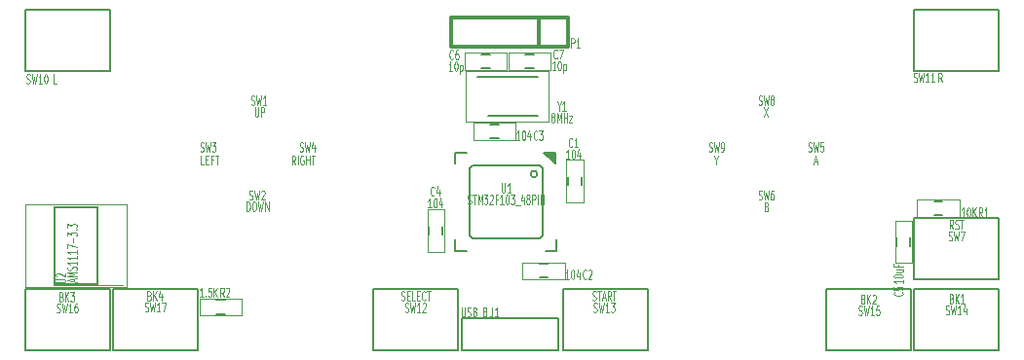
<source format=gto>
G04 (created by PCBNEW (22-Jun-2014 BZR 4027)-stable) date Wed 20 Dec 2017 05:06:28 PM CST*
%MOIN*%
G04 Gerber Fmt 3.4, Leading zero omitted, Abs format*
%FSLAX34Y34*%
G01*
G70*
G90*
G04 APERTURE LIST*
%ADD10C,0.00393701*%
%ADD11C,0.00472441*%
%ADD12C,0.0019685*%
%ADD13C,0.00590551*%
%ADD14C,0.012*%
%ADD15C,0.0059*%
%ADD16C,0.005*%
%ADD17C,0.00492126*%
G04 APERTURE END LIST*
G54D10*
G54D11*
X65228Y-55217D02*
X65228Y-55713D01*
X65228Y-57902D02*
X65228Y-57406D01*
G54D12*
X64247Y-57977D02*
X67712Y-57977D01*
X64247Y-55142D02*
X64247Y-57977D01*
X67712Y-55142D02*
X64247Y-55142D01*
X67712Y-57977D02*
X67712Y-55142D01*
G54D13*
X66708Y-57878D02*
X66708Y-55241D01*
G54D11*
X66708Y-55217D02*
X65228Y-55217D01*
G54D13*
X66708Y-57878D02*
X65251Y-57878D01*
G54D11*
X67594Y-57902D02*
X65228Y-57902D01*
G54D13*
X66708Y-55241D02*
X65251Y-55241D01*
X65251Y-57878D02*
X65251Y-55241D01*
G54D12*
X96208Y-55575D02*
X94751Y-55575D01*
X96208Y-54984D02*
X94751Y-54984D01*
X96208Y-55575D02*
X96208Y-54984D01*
X94751Y-55575D02*
X94751Y-54984D01*
G54D13*
X95617Y-55516D02*
X95342Y-55516D01*
X95342Y-55043D02*
X95617Y-55043D01*
G54D12*
X82167Y-52316D02*
X82167Y-50583D01*
X79332Y-52316D02*
X82167Y-52316D01*
X79332Y-50583D02*
X79332Y-52316D01*
X82167Y-50583D02*
X79332Y-50583D01*
G54D13*
X81773Y-52119D02*
X80080Y-52119D01*
X79706Y-50780D02*
X81773Y-50780D01*
G54D12*
X82228Y-50545D02*
X80771Y-50545D01*
X82228Y-49954D02*
X80771Y-49954D01*
X82228Y-50545D02*
X82228Y-49954D01*
X80771Y-50545D02*
X80771Y-49954D01*
G54D13*
X81637Y-50486D02*
X81362Y-50486D01*
X81362Y-50013D02*
X81637Y-50013D01*
G54D12*
X79271Y-49954D02*
X80728Y-49954D01*
X79271Y-50545D02*
X80728Y-50545D01*
X79271Y-49954D02*
X79271Y-50545D01*
X80728Y-49954D02*
X80728Y-50545D01*
G54D13*
X79862Y-50013D02*
X80137Y-50013D01*
X80137Y-50486D02*
X79862Y-50486D01*
G54D12*
X94595Y-55691D02*
X94595Y-57148D01*
X94004Y-55691D02*
X94004Y-57148D01*
X94595Y-55691D02*
X94004Y-55691D01*
X94595Y-57148D02*
X94004Y-57148D01*
G54D13*
X94536Y-56282D02*
X94536Y-56557D01*
X94063Y-56557D02*
X94063Y-56282D01*
G54D12*
X78595Y-55321D02*
X78595Y-56778D01*
X78004Y-55321D02*
X78004Y-56778D01*
X78595Y-55321D02*
X78004Y-55321D01*
X78595Y-56778D02*
X78004Y-56778D01*
G54D13*
X78536Y-55912D02*
X78536Y-56187D01*
X78063Y-56187D02*
X78063Y-55912D01*
G54D12*
X81028Y-52945D02*
X79571Y-52945D01*
X81028Y-52354D02*
X79571Y-52354D01*
X81028Y-52945D02*
X81028Y-52354D01*
X79571Y-52945D02*
X79571Y-52354D01*
G54D13*
X80437Y-52886D02*
X80162Y-52886D01*
X80162Y-52413D02*
X80437Y-52413D01*
G54D12*
X81251Y-57124D02*
X82708Y-57124D01*
X81251Y-57715D02*
X82708Y-57715D01*
X81251Y-57124D02*
X81251Y-57715D01*
X82708Y-57124D02*
X82708Y-57715D01*
G54D13*
X81842Y-57183D02*
X82117Y-57183D01*
X82117Y-57656D02*
X81842Y-57656D01*
G54D12*
X83345Y-53621D02*
X83345Y-55078D01*
X82754Y-53621D02*
X82754Y-55078D01*
X83345Y-53621D02*
X82754Y-53621D01*
X83345Y-55078D02*
X82754Y-55078D01*
G54D13*
X83286Y-54212D02*
X83286Y-54487D01*
X82813Y-54487D02*
X82813Y-54212D01*
X94650Y-55610D02*
X97550Y-55610D01*
X97550Y-55610D02*
X97550Y-57710D01*
X97550Y-57710D02*
X94650Y-57710D01*
X94650Y-57710D02*
X94650Y-55610D01*
X64250Y-48470D02*
X67150Y-48470D01*
X67150Y-48470D02*
X67150Y-50570D01*
X67150Y-50570D02*
X64250Y-50570D01*
X64250Y-50570D02*
X64250Y-48470D01*
X94650Y-48470D02*
X97550Y-48470D01*
X97550Y-48470D02*
X97550Y-50570D01*
X97550Y-50570D02*
X94650Y-50570D01*
X94650Y-50570D02*
X94650Y-48470D01*
X76150Y-58050D02*
X79050Y-58050D01*
X79050Y-58050D02*
X79050Y-60150D01*
X79050Y-60150D02*
X76150Y-60150D01*
X76150Y-60150D02*
X76150Y-58050D01*
X82650Y-58050D02*
X85550Y-58050D01*
X85550Y-58050D02*
X85550Y-60150D01*
X85550Y-60150D02*
X82650Y-60150D01*
X82650Y-60150D02*
X82650Y-58050D01*
X94650Y-58050D02*
X97550Y-58050D01*
X97550Y-58050D02*
X97550Y-60150D01*
X97550Y-60150D02*
X94650Y-60150D01*
X94650Y-60150D02*
X94650Y-58050D01*
X91650Y-58050D02*
X94550Y-58050D01*
X94550Y-58050D02*
X94550Y-60150D01*
X94550Y-60150D02*
X91650Y-60150D01*
X91650Y-60150D02*
X91650Y-58050D01*
X64250Y-58050D02*
X67150Y-58050D01*
X67150Y-58050D02*
X67150Y-60150D01*
X67150Y-60150D02*
X64250Y-60150D01*
X64250Y-60150D02*
X64250Y-58050D01*
X67250Y-58050D02*
X70150Y-58050D01*
X70150Y-58050D02*
X70150Y-60150D01*
X70150Y-60150D02*
X67250Y-60150D01*
X67250Y-60150D02*
X67250Y-58050D01*
X79200Y-59050D02*
X82500Y-59050D01*
X82500Y-59050D02*
X82500Y-60150D01*
X82500Y-60150D02*
X79200Y-60150D01*
X79200Y-60150D02*
X79200Y-59050D01*
G54D14*
X82820Y-49740D02*
X82820Y-49740D01*
X82820Y-48740D02*
X82820Y-49740D01*
X82820Y-49740D02*
X82820Y-49740D01*
X82820Y-49740D02*
X78820Y-49740D01*
X78820Y-49740D02*
X78820Y-48740D01*
X78820Y-48740D02*
X82820Y-48740D01*
X81820Y-48740D02*
X81820Y-49740D01*
G54D13*
X81802Y-53790D02*
X81841Y-53790D01*
X81841Y-53790D02*
X81959Y-53908D01*
X81959Y-53908D02*
X81959Y-56191D01*
X81959Y-56191D02*
X81841Y-56309D01*
X81841Y-56309D02*
X79558Y-56309D01*
X79558Y-56309D02*
X79440Y-56191D01*
X79440Y-56191D02*
X79440Y-53908D01*
X79440Y-53908D02*
X79558Y-53790D01*
X79558Y-53790D02*
X81802Y-53790D01*
G54D15*
X82392Y-53436D02*
X82313Y-53357D01*
X82235Y-53357D02*
X82392Y-53514D01*
X82392Y-53593D02*
X82156Y-53357D01*
X82077Y-53357D02*
X82392Y-53672D01*
X81998Y-53357D02*
X82392Y-53357D01*
X82392Y-53357D02*
X82392Y-53751D01*
X82392Y-53751D02*
X81998Y-53357D01*
X78967Y-53751D02*
X78967Y-53357D01*
X78967Y-53357D02*
X79361Y-53357D01*
X79361Y-56742D02*
X78967Y-56742D01*
X78967Y-56742D02*
X78967Y-56348D01*
X82432Y-56348D02*
X82432Y-56742D01*
X82432Y-56742D02*
X82038Y-56742D01*
G54D16*
X81761Y-54100D02*
G75*
G03X81761Y-54100I-111J0D01*
G74*
G01*
G54D12*
X70211Y-58364D02*
X71668Y-58364D01*
X70211Y-58955D02*
X71668Y-58955D01*
X70211Y-58364D02*
X70211Y-58955D01*
X71668Y-58364D02*
X71668Y-58955D01*
G54D13*
X70802Y-58423D02*
X71077Y-58423D01*
X71077Y-58896D02*
X70802Y-58896D01*
G54D17*
X65292Y-57809D02*
X65547Y-57809D01*
X65577Y-57800D01*
X65592Y-57791D01*
X65607Y-57772D01*
X65607Y-57734D01*
X65592Y-57716D01*
X65577Y-57706D01*
X65547Y-57697D01*
X65292Y-57697D01*
X65322Y-57613D02*
X65307Y-57603D01*
X65292Y-57585D01*
X65292Y-57538D01*
X65307Y-57519D01*
X65322Y-57510D01*
X65352Y-57500D01*
X65382Y-57500D01*
X65427Y-57510D01*
X65607Y-57622D01*
X65607Y-57500D01*
X65917Y-57784D02*
X65917Y-57690D01*
X66007Y-57802D02*
X65692Y-57737D01*
X66007Y-57671D01*
X66007Y-57606D02*
X65692Y-57606D01*
X65917Y-57540D01*
X65692Y-57474D01*
X66007Y-57474D01*
X65992Y-57390D02*
X66007Y-57362D01*
X66007Y-57315D01*
X65992Y-57296D01*
X65977Y-57287D01*
X65947Y-57278D01*
X65917Y-57278D01*
X65887Y-57287D01*
X65872Y-57296D01*
X65857Y-57315D01*
X65842Y-57353D01*
X65827Y-57371D01*
X65812Y-57381D01*
X65782Y-57390D01*
X65752Y-57390D01*
X65722Y-57381D01*
X65707Y-57371D01*
X65692Y-57353D01*
X65692Y-57306D01*
X65707Y-57278D01*
X66007Y-57090D02*
X66007Y-57203D01*
X66007Y-57146D02*
X65692Y-57146D01*
X65737Y-57165D01*
X65767Y-57184D01*
X65782Y-57203D01*
X66007Y-56903D02*
X66007Y-57015D01*
X66007Y-56959D02*
X65692Y-56959D01*
X65737Y-56978D01*
X65767Y-56996D01*
X65782Y-57015D01*
X66007Y-56715D02*
X66007Y-56828D01*
X66007Y-56771D02*
X65692Y-56771D01*
X65737Y-56790D01*
X65767Y-56809D01*
X65782Y-56828D01*
X65692Y-56650D02*
X65692Y-56518D01*
X66007Y-56603D01*
X65887Y-56443D02*
X65887Y-56293D01*
X65692Y-56218D02*
X65692Y-56096D01*
X65812Y-56162D01*
X65812Y-56134D01*
X65827Y-56115D01*
X65842Y-56106D01*
X65872Y-56096D01*
X65947Y-56096D01*
X65977Y-56106D01*
X65992Y-56115D01*
X66007Y-56134D01*
X66007Y-56190D01*
X65992Y-56209D01*
X65977Y-56218D01*
X65977Y-56012D02*
X65992Y-56003D01*
X66007Y-56012D01*
X65992Y-56021D01*
X65977Y-56012D01*
X66007Y-56012D01*
X65692Y-55937D02*
X65692Y-55815D01*
X65812Y-55881D01*
X65812Y-55853D01*
X65827Y-55834D01*
X65842Y-55825D01*
X65872Y-55815D01*
X65947Y-55815D01*
X65977Y-55825D01*
X65992Y-55834D01*
X66007Y-55853D01*
X66007Y-55909D01*
X65992Y-55928D01*
X65977Y-55937D01*
X96997Y-55557D02*
X96931Y-55407D01*
X96884Y-55557D02*
X96884Y-55242D01*
X96959Y-55242D01*
X96978Y-55257D01*
X96987Y-55272D01*
X96997Y-55302D01*
X96997Y-55347D01*
X96987Y-55377D01*
X96978Y-55392D01*
X96959Y-55407D01*
X96884Y-55407D01*
X97184Y-55557D02*
X97072Y-55557D01*
X97128Y-55557D02*
X97128Y-55242D01*
X97109Y-55287D01*
X97090Y-55317D01*
X97072Y-55332D01*
X96394Y-55557D02*
X96281Y-55557D01*
X96337Y-55557D02*
X96337Y-55242D01*
X96319Y-55287D01*
X96300Y-55317D01*
X96281Y-55332D01*
X96515Y-55242D02*
X96534Y-55242D01*
X96553Y-55257D01*
X96562Y-55272D01*
X96572Y-55302D01*
X96581Y-55362D01*
X96581Y-55437D01*
X96572Y-55497D01*
X96562Y-55527D01*
X96553Y-55542D01*
X96534Y-55557D01*
X96515Y-55557D01*
X96497Y-55542D01*
X96487Y-55527D01*
X96478Y-55497D01*
X96469Y-55437D01*
X96469Y-55362D01*
X96478Y-55302D01*
X96487Y-55272D01*
X96497Y-55257D01*
X96515Y-55242D01*
X96665Y-55557D02*
X96665Y-55242D01*
X96778Y-55557D02*
X96694Y-55377D01*
X96778Y-55242D02*
X96665Y-55422D01*
X71977Y-51712D02*
X72005Y-51727D01*
X72052Y-51727D01*
X72071Y-51712D01*
X72080Y-51697D01*
X72090Y-51667D01*
X72090Y-51637D01*
X72080Y-51607D01*
X72071Y-51592D01*
X72052Y-51577D01*
X72015Y-51562D01*
X71996Y-51547D01*
X71986Y-51532D01*
X71977Y-51502D01*
X71977Y-51472D01*
X71986Y-51442D01*
X71996Y-51427D01*
X72015Y-51412D01*
X72061Y-51412D01*
X72090Y-51427D01*
X72155Y-51412D02*
X72202Y-51727D01*
X72240Y-51502D01*
X72277Y-51727D01*
X72324Y-51412D01*
X72502Y-51727D02*
X72389Y-51727D01*
X72446Y-51727D02*
X72446Y-51412D01*
X72427Y-51457D01*
X72408Y-51487D01*
X72389Y-51502D01*
X72105Y-51812D02*
X72105Y-52067D01*
X72114Y-52097D01*
X72124Y-52112D01*
X72142Y-52127D01*
X72180Y-52127D01*
X72199Y-52112D01*
X72208Y-52097D01*
X72217Y-52067D01*
X72217Y-51812D01*
X72311Y-52127D02*
X72311Y-51812D01*
X72386Y-51812D01*
X72405Y-51827D01*
X72414Y-51842D01*
X72424Y-51872D01*
X72424Y-51917D01*
X72414Y-51947D01*
X72405Y-51962D01*
X72386Y-51977D01*
X72311Y-51977D01*
X89337Y-51712D02*
X89365Y-51727D01*
X89412Y-51727D01*
X89431Y-51712D01*
X89440Y-51697D01*
X89450Y-51667D01*
X89450Y-51637D01*
X89440Y-51607D01*
X89431Y-51592D01*
X89412Y-51577D01*
X89375Y-51562D01*
X89356Y-51547D01*
X89346Y-51532D01*
X89337Y-51502D01*
X89337Y-51472D01*
X89346Y-51442D01*
X89356Y-51427D01*
X89375Y-51412D01*
X89421Y-51412D01*
X89450Y-51427D01*
X89515Y-51412D02*
X89562Y-51727D01*
X89600Y-51502D01*
X89637Y-51727D01*
X89684Y-51412D01*
X89787Y-51547D02*
X89768Y-51532D01*
X89759Y-51517D01*
X89749Y-51487D01*
X89749Y-51472D01*
X89759Y-51442D01*
X89768Y-51427D01*
X89787Y-51412D01*
X89824Y-51412D01*
X89843Y-51427D01*
X89853Y-51442D01*
X89862Y-51472D01*
X89862Y-51487D01*
X89853Y-51517D01*
X89843Y-51532D01*
X89824Y-51547D01*
X89787Y-51547D01*
X89768Y-51562D01*
X89759Y-51577D01*
X89749Y-51607D01*
X89749Y-51667D01*
X89759Y-51697D01*
X89768Y-51712D01*
X89787Y-51727D01*
X89824Y-51727D01*
X89843Y-51712D01*
X89853Y-51697D01*
X89862Y-51667D01*
X89862Y-51607D01*
X89853Y-51577D01*
X89843Y-51562D01*
X89824Y-51547D01*
X89534Y-51812D02*
X89665Y-52127D01*
X89665Y-51812D02*
X89534Y-52127D01*
X89337Y-54962D02*
X89365Y-54977D01*
X89412Y-54977D01*
X89431Y-54962D01*
X89440Y-54947D01*
X89450Y-54917D01*
X89450Y-54887D01*
X89440Y-54857D01*
X89431Y-54842D01*
X89412Y-54827D01*
X89375Y-54812D01*
X89356Y-54797D01*
X89346Y-54782D01*
X89337Y-54752D01*
X89337Y-54722D01*
X89346Y-54692D01*
X89356Y-54677D01*
X89375Y-54662D01*
X89421Y-54662D01*
X89450Y-54677D01*
X89515Y-54662D02*
X89562Y-54977D01*
X89600Y-54752D01*
X89637Y-54977D01*
X89684Y-54662D01*
X89843Y-54662D02*
X89806Y-54662D01*
X89787Y-54677D01*
X89778Y-54692D01*
X89759Y-54737D01*
X89749Y-54797D01*
X89749Y-54917D01*
X89759Y-54947D01*
X89768Y-54962D01*
X89787Y-54977D01*
X89824Y-54977D01*
X89843Y-54962D01*
X89853Y-54947D01*
X89862Y-54917D01*
X89862Y-54842D01*
X89853Y-54812D01*
X89843Y-54797D01*
X89824Y-54782D01*
X89787Y-54782D01*
X89768Y-54797D01*
X89759Y-54812D01*
X89749Y-54842D01*
X89614Y-55212D02*
X89642Y-55227D01*
X89651Y-55242D01*
X89660Y-55272D01*
X89660Y-55317D01*
X89651Y-55347D01*
X89642Y-55362D01*
X89623Y-55377D01*
X89548Y-55377D01*
X89548Y-55062D01*
X89614Y-55062D01*
X89632Y-55077D01*
X89642Y-55092D01*
X89651Y-55122D01*
X89651Y-55152D01*
X89642Y-55182D01*
X89632Y-55197D01*
X89614Y-55212D01*
X89548Y-55212D01*
X71917Y-54972D02*
X71945Y-54987D01*
X71992Y-54987D01*
X72011Y-54972D01*
X72020Y-54957D01*
X72030Y-54927D01*
X72030Y-54897D01*
X72020Y-54867D01*
X72011Y-54852D01*
X71992Y-54837D01*
X71955Y-54822D01*
X71936Y-54807D01*
X71926Y-54792D01*
X71917Y-54762D01*
X71917Y-54732D01*
X71926Y-54702D01*
X71936Y-54687D01*
X71955Y-54672D01*
X72001Y-54672D01*
X72030Y-54687D01*
X72095Y-54672D02*
X72142Y-54987D01*
X72180Y-54762D01*
X72217Y-54987D01*
X72264Y-54672D01*
X72329Y-54702D02*
X72339Y-54687D01*
X72358Y-54672D01*
X72404Y-54672D01*
X72423Y-54687D01*
X72433Y-54702D01*
X72442Y-54732D01*
X72442Y-54762D01*
X72433Y-54807D01*
X72320Y-54987D01*
X72442Y-54987D01*
X71829Y-55367D02*
X71829Y-55052D01*
X71876Y-55052D01*
X71904Y-55067D01*
X71923Y-55097D01*
X71932Y-55127D01*
X71942Y-55187D01*
X71942Y-55232D01*
X71932Y-55292D01*
X71923Y-55322D01*
X71904Y-55352D01*
X71876Y-55367D01*
X71829Y-55367D01*
X72064Y-55052D02*
X72101Y-55052D01*
X72120Y-55067D01*
X72139Y-55097D01*
X72148Y-55157D01*
X72148Y-55262D01*
X72139Y-55322D01*
X72120Y-55352D01*
X72101Y-55367D01*
X72064Y-55367D01*
X72045Y-55352D01*
X72026Y-55322D01*
X72017Y-55262D01*
X72017Y-55157D01*
X72026Y-55097D01*
X72045Y-55067D01*
X72064Y-55052D01*
X72214Y-55052D02*
X72260Y-55367D01*
X72298Y-55142D01*
X72335Y-55367D01*
X72382Y-55052D01*
X72457Y-55367D02*
X72457Y-55052D01*
X72570Y-55367D01*
X72570Y-55052D01*
X91037Y-53312D02*
X91065Y-53327D01*
X91112Y-53327D01*
X91131Y-53312D01*
X91140Y-53297D01*
X91150Y-53267D01*
X91150Y-53237D01*
X91140Y-53207D01*
X91131Y-53192D01*
X91112Y-53177D01*
X91075Y-53162D01*
X91056Y-53147D01*
X91046Y-53132D01*
X91037Y-53102D01*
X91037Y-53072D01*
X91046Y-53042D01*
X91056Y-53027D01*
X91075Y-53012D01*
X91121Y-53012D01*
X91150Y-53027D01*
X91215Y-53012D02*
X91262Y-53327D01*
X91300Y-53102D01*
X91337Y-53327D01*
X91384Y-53012D01*
X91553Y-53012D02*
X91459Y-53012D01*
X91449Y-53162D01*
X91459Y-53147D01*
X91478Y-53132D01*
X91524Y-53132D01*
X91543Y-53147D01*
X91553Y-53162D01*
X91562Y-53192D01*
X91562Y-53267D01*
X91553Y-53297D01*
X91543Y-53312D01*
X91524Y-53327D01*
X91478Y-53327D01*
X91459Y-53312D01*
X91449Y-53297D01*
X91253Y-53687D02*
X91346Y-53687D01*
X91234Y-53777D02*
X91300Y-53462D01*
X91365Y-53777D01*
X73637Y-53312D02*
X73665Y-53327D01*
X73712Y-53327D01*
X73731Y-53312D01*
X73740Y-53297D01*
X73750Y-53267D01*
X73750Y-53237D01*
X73740Y-53207D01*
X73731Y-53192D01*
X73712Y-53177D01*
X73675Y-53162D01*
X73656Y-53147D01*
X73646Y-53132D01*
X73637Y-53102D01*
X73637Y-53072D01*
X73646Y-53042D01*
X73656Y-53027D01*
X73675Y-53012D01*
X73721Y-53012D01*
X73750Y-53027D01*
X73815Y-53012D02*
X73862Y-53327D01*
X73900Y-53102D01*
X73937Y-53327D01*
X73984Y-53012D01*
X74143Y-53117D02*
X74143Y-53327D01*
X74096Y-52997D02*
X74049Y-53222D01*
X74171Y-53222D01*
X73487Y-53777D02*
X73421Y-53627D01*
X73375Y-53777D02*
X73375Y-53462D01*
X73450Y-53462D01*
X73468Y-53477D01*
X73478Y-53492D01*
X73487Y-53522D01*
X73487Y-53567D01*
X73478Y-53597D01*
X73468Y-53612D01*
X73450Y-53627D01*
X73375Y-53627D01*
X73571Y-53777D02*
X73571Y-53462D01*
X73768Y-53477D02*
X73750Y-53462D01*
X73721Y-53462D01*
X73693Y-53477D01*
X73675Y-53507D01*
X73665Y-53537D01*
X73656Y-53597D01*
X73656Y-53642D01*
X73665Y-53702D01*
X73675Y-53732D01*
X73693Y-53762D01*
X73721Y-53777D01*
X73740Y-53777D01*
X73768Y-53762D01*
X73778Y-53747D01*
X73778Y-53642D01*
X73740Y-53642D01*
X73862Y-53777D02*
X73862Y-53462D01*
X73862Y-53612D02*
X73974Y-53612D01*
X73974Y-53777D02*
X73974Y-53462D01*
X74040Y-53462D02*
X74153Y-53462D01*
X74096Y-53777D02*
X74096Y-53462D01*
X70237Y-53312D02*
X70265Y-53327D01*
X70312Y-53327D01*
X70331Y-53312D01*
X70340Y-53297D01*
X70350Y-53267D01*
X70350Y-53237D01*
X70340Y-53207D01*
X70331Y-53192D01*
X70312Y-53177D01*
X70275Y-53162D01*
X70256Y-53147D01*
X70246Y-53132D01*
X70237Y-53102D01*
X70237Y-53072D01*
X70246Y-53042D01*
X70256Y-53027D01*
X70275Y-53012D01*
X70321Y-53012D01*
X70350Y-53027D01*
X70415Y-53012D02*
X70462Y-53327D01*
X70500Y-53102D01*
X70537Y-53327D01*
X70584Y-53012D01*
X70640Y-53012D02*
X70762Y-53012D01*
X70696Y-53132D01*
X70724Y-53132D01*
X70743Y-53147D01*
X70753Y-53162D01*
X70762Y-53192D01*
X70762Y-53267D01*
X70753Y-53297D01*
X70743Y-53312D01*
X70724Y-53327D01*
X70668Y-53327D01*
X70649Y-53312D01*
X70640Y-53297D01*
X70362Y-53777D02*
X70268Y-53777D01*
X70268Y-53462D01*
X70428Y-53612D02*
X70493Y-53612D01*
X70521Y-53777D02*
X70428Y-53777D01*
X70428Y-53462D01*
X70521Y-53462D01*
X70671Y-53612D02*
X70606Y-53612D01*
X70606Y-53777D02*
X70606Y-53462D01*
X70699Y-53462D01*
X70746Y-53462D02*
X70859Y-53462D01*
X70803Y-53777D02*
X70803Y-53462D01*
X87637Y-53312D02*
X87665Y-53327D01*
X87712Y-53327D01*
X87731Y-53312D01*
X87740Y-53297D01*
X87750Y-53267D01*
X87750Y-53237D01*
X87740Y-53207D01*
X87731Y-53192D01*
X87712Y-53177D01*
X87675Y-53162D01*
X87656Y-53147D01*
X87646Y-53132D01*
X87637Y-53102D01*
X87637Y-53072D01*
X87646Y-53042D01*
X87656Y-53027D01*
X87675Y-53012D01*
X87721Y-53012D01*
X87750Y-53027D01*
X87815Y-53012D02*
X87862Y-53327D01*
X87900Y-53102D01*
X87937Y-53327D01*
X87984Y-53012D01*
X88068Y-53327D02*
X88106Y-53327D01*
X88124Y-53312D01*
X88134Y-53297D01*
X88153Y-53252D01*
X88162Y-53192D01*
X88162Y-53072D01*
X88153Y-53042D01*
X88143Y-53027D01*
X88124Y-53012D01*
X88087Y-53012D01*
X88068Y-53027D01*
X88059Y-53042D01*
X88049Y-53072D01*
X88049Y-53147D01*
X88059Y-53177D01*
X88068Y-53192D01*
X88087Y-53207D01*
X88124Y-53207D01*
X88143Y-53192D01*
X88153Y-53177D01*
X88162Y-53147D01*
X87900Y-53627D02*
X87900Y-53777D01*
X87834Y-53462D02*
X87900Y-53627D01*
X87965Y-53462D01*
X82506Y-51777D02*
X82506Y-51927D01*
X82440Y-51612D02*
X82506Y-51777D01*
X82571Y-51612D01*
X82740Y-51927D02*
X82628Y-51927D01*
X82684Y-51927D02*
X82684Y-51612D01*
X82665Y-51657D01*
X82646Y-51687D01*
X82628Y-51702D01*
X82285Y-52147D02*
X82267Y-52132D01*
X82257Y-52117D01*
X82248Y-52087D01*
X82248Y-52072D01*
X82257Y-52042D01*
X82267Y-52027D01*
X82285Y-52012D01*
X82323Y-52012D01*
X82342Y-52027D01*
X82351Y-52042D01*
X82360Y-52072D01*
X82360Y-52087D01*
X82351Y-52117D01*
X82342Y-52132D01*
X82323Y-52147D01*
X82285Y-52147D01*
X82267Y-52162D01*
X82257Y-52177D01*
X82248Y-52207D01*
X82248Y-52267D01*
X82257Y-52297D01*
X82267Y-52312D01*
X82285Y-52327D01*
X82323Y-52327D01*
X82342Y-52312D01*
X82351Y-52297D01*
X82360Y-52267D01*
X82360Y-52207D01*
X82351Y-52177D01*
X82342Y-52162D01*
X82323Y-52147D01*
X82445Y-52327D02*
X82445Y-52012D01*
X82510Y-52237D01*
X82576Y-52012D01*
X82576Y-52327D01*
X82670Y-52327D02*
X82670Y-52012D01*
X82670Y-52162D02*
X82782Y-52162D01*
X82782Y-52327D02*
X82782Y-52012D01*
X82857Y-52117D02*
X82960Y-52117D01*
X82857Y-52327D01*
X82960Y-52327D01*
X82447Y-50117D02*
X82437Y-50132D01*
X82409Y-50147D01*
X82390Y-50147D01*
X82362Y-50132D01*
X82344Y-50102D01*
X82334Y-50072D01*
X82325Y-50012D01*
X82325Y-49967D01*
X82334Y-49907D01*
X82344Y-49877D01*
X82362Y-49847D01*
X82390Y-49832D01*
X82409Y-49832D01*
X82437Y-49847D01*
X82447Y-49862D01*
X82512Y-49832D02*
X82644Y-49832D01*
X82559Y-50147D01*
X82393Y-50547D02*
X82280Y-50547D01*
X82337Y-50547D02*
X82337Y-50232D01*
X82318Y-50277D01*
X82299Y-50307D01*
X82280Y-50322D01*
X82515Y-50232D02*
X82534Y-50232D01*
X82552Y-50247D01*
X82562Y-50262D01*
X82571Y-50292D01*
X82580Y-50352D01*
X82580Y-50427D01*
X82571Y-50487D01*
X82562Y-50517D01*
X82552Y-50532D01*
X82534Y-50547D01*
X82515Y-50547D01*
X82496Y-50532D01*
X82487Y-50517D01*
X82477Y-50487D01*
X82468Y-50427D01*
X82468Y-50352D01*
X82477Y-50292D01*
X82487Y-50262D01*
X82496Y-50247D01*
X82515Y-50232D01*
X82665Y-50337D02*
X82665Y-50652D01*
X82665Y-50352D02*
X82684Y-50337D01*
X82721Y-50337D01*
X82740Y-50352D01*
X82749Y-50367D01*
X82759Y-50397D01*
X82759Y-50487D01*
X82749Y-50517D01*
X82740Y-50532D01*
X82721Y-50547D01*
X82684Y-50547D01*
X82665Y-50532D01*
X78887Y-50137D02*
X78877Y-50152D01*
X78849Y-50167D01*
X78830Y-50167D01*
X78802Y-50152D01*
X78784Y-50122D01*
X78774Y-50092D01*
X78765Y-50032D01*
X78765Y-49987D01*
X78774Y-49927D01*
X78784Y-49897D01*
X78802Y-49867D01*
X78830Y-49852D01*
X78849Y-49852D01*
X78877Y-49867D01*
X78887Y-49882D01*
X79055Y-49852D02*
X79018Y-49852D01*
X78999Y-49867D01*
X78990Y-49882D01*
X78971Y-49927D01*
X78962Y-49987D01*
X78962Y-50107D01*
X78971Y-50137D01*
X78980Y-50152D01*
X78999Y-50167D01*
X79037Y-50167D01*
X79055Y-50152D01*
X79065Y-50137D01*
X79074Y-50107D01*
X79074Y-50032D01*
X79065Y-50002D01*
X79055Y-49987D01*
X79037Y-49972D01*
X78999Y-49972D01*
X78980Y-49987D01*
X78971Y-50002D01*
X78962Y-50032D01*
X78853Y-50567D02*
X78740Y-50567D01*
X78797Y-50567D02*
X78797Y-50252D01*
X78778Y-50297D01*
X78759Y-50327D01*
X78740Y-50342D01*
X78975Y-50252D02*
X78994Y-50252D01*
X79012Y-50267D01*
X79022Y-50282D01*
X79031Y-50312D01*
X79040Y-50372D01*
X79040Y-50447D01*
X79031Y-50507D01*
X79022Y-50537D01*
X79012Y-50552D01*
X78994Y-50567D01*
X78975Y-50567D01*
X78956Y-50552D01*
X78947Y-50537D01*
X78937Y-50507D01*
X78928Y-50447D01*
X78928Y-50372D01*
X78937Y-50312D01*
X78947Y-50282D01*
X78956Y-50267D01*
X78975Y-50252D01*
X79125Y-50357D02*
X79125Y-50672D01*
X79125Y-50372D02*
X79144Y-50357D01*
X79181Y-50357D01*
X79200Y-50372D01*
X79209Y-50387D01*
X79219Y-50417D01*
X79219Y-50507D01*
X79209Y-50537D01*
X79200Y-50552D01*
X79181Y-50567D01*
X79144Y-50567D01*
X79125Y-50552D01*
X94247Y-58152D02*
X94262Y-58162D01*
X94277Y-58190D01*
X94277Y-58209D01*
X94262Y-58237D01*
X94232Y-58255D01*
X94202Y-58265D01*
X94142Y-58274D01*
X94097Y-58274D01*
X94037Y-58265D01*
X94007Y-58255D01*
X93977Y-58237D01*
X93962Y-58209D01*
X93962Y-58190D01*
X93977Y-58162D01*
X93992Y-58152D01*
X93962Y-57974D02*
X93962Y-58068D01*
X94112Y-58077D01*
X94097Y-58068D01*
X94082Y-58049D01*
X94082Y-58002D01*
X94097Y-57984D01*
X94112Y-57974D01*
X94142Y-57965D01*
X94217Y-57965D01*
X94247Y-57974D01*
X94262Y-57984D01*
X94277Y-58002D01*
X94277Y-58049D01*
X94262Y-58068D01*
X94247Y-58077D01*
X94277Y-57730D02*
X94277Y-57843D01*
X94277Y-57787D02*
X93962Y-57787D01*
X94007Y-57805D01*
X94037Y-57824D01*
X94052Y-57843D01*
X93962Y-57609D02*
X93962Y-57590D01*
X93977Y-57571D01*
X93992Y-57562D01*
X94022Y-57552D01*
X94082Y-57543D01*
X94157Y-57543D01*
X94217Y-57552D01*
X94247Y-57562D01*
X94262Y-57571D01*
X94277Y-57590D01*
X94277Y-57609D01*
X94262Y-57627D01*
X94247Y-57637D01*
X94217Y-57646D01*
X94157Y-57655D01*
X94082Y-57655D01*
X94022Y-57646D01*
X93992Y-57637D01*
X93977Y-57627D01*
X93962Y-57609D01*
X94067Y-57374D02*
X94277Y-57374D01*
X94067Y-57459D02*
X94232Y-57459D01*
X94262Y-57449D01*
X94277Y-57430D01*
X94277Y-57402D01*
X94262Y-57384D01*
X94247Y-57374D01*
X94112Y-57215D02*
X94112Y-57280D01*
X94277Y-57280D02*
X93962Y-57280D01*
X93962Y-57187D01*
X78242Y-54822D02*
X78232Y-54837D01*
X78204Y-54852D01*
X78185Y-54852D01*
X78157Y-54837D01*
X78139Y-54807D01*
X78129Y-54777D01*
X78120Y-54717D01*
X78120Y-54672D01*
X78129Y-54612D01*
X78139Y-54582D01*
X78157Y-54552D01*
X78185Y-54537D01*
X78204Y-54537D01*
X78232Y-54552D01*
X78242Y-54567D01*
X78410Y-54642D02*
X78410Y-54852D01*
X78364Y-54522D02*
X78317Y-54747D01*
X78439Y-54747D01*
X78143Y-55252D02*
X78031Y-55252D01*
X78087Y-55252D02*
X78087Y-54937D01*
X78068Y-54982D01*
X78050Y-55012D01*
X78031Y-55027D01*
X78265Y-54937D02*
X78284Y-54937D01*
X78303Y-54952D01*
X78312Y-54967D01*
X78321Y-54997D01*
X78331Y-55057D01*
X78331Y-55132D01*
X78321Y-55192D01*
X78312Y-55222D01*
X78303Y-55237D01*
X78284Y-55252D01*
X78265Y-55252D01*
X78246Y-55237D01*
X78237Y-55222D01*
X78228Y-55192D01*
X78218Y-55132D01*
X78218Y-55057D01*
X78228Y-54997D01*
X78237Y-54967D01*
X78246Y-54952D01*
X78265Y-54937D01*
X78499Y-55042D02*
X78499Y-55252D01*
X78453Y-54922D02*
X78406Y-55147D01*
X78528Y-55147D01*
X81767Y-52897D02*
X81757Y-52912D01*
X81729Y-52927D01*
X81710Y-52927D01*
X81682Y-52912D01*
X81664Y-52882D01*
X81654Y-52852D01*
X81645Y-52792D01*
X81645Y-52747D01*
X81654Y-52687D01*
X81664Y-52657D01*
X81682Y-52627D01*
X81710Y-52612D01*
X81729Y-52612D01*
X81757Y-52627D01*
X81767Y-52642D01*
X81832Y-52612D02*
X81954Y-52612D01*
X81889Y-52732D01*
X81917Y-52732D01*
X81935Y-52747D01*
X81945Y-52762D01*
X81954Y-52792D01*
X81954Y-52867D01*
X81945Y-52897D01*
X81935Y-52912D01*
X81917Y-52927D01*
X81860Y-52927D01*
X81842Y-52912D01*
X81832Y-52897D01*
X81168Y-52927D02*
X81056Y-52927D01*
X81112Y-52927D02*
X81112Y-52612D01*
X81093Y-52657D01*
X81075Y-52687D01*
X81056Y-52702D01*
X81290Y-52612D02*
X81309Y-52612D01*
X81328Y-52627D01*
X81337Y-52642D01*
X81346Y-52672D01*
X81356Y-52732D01*
X81356Y-52807D01*
X81346Y-52867D01*
X81337Y-52897D01*
X81328Y-52912D01*
X81309Y-52927D01*
X81290Y-52927D01*
X81271Y-52912D01*
X81262Y-52897D01*
X81253Y-52867D01*
X81243Y-52807D01*
X81243Y-52732D01*
X81253Y-52672D01*
X81262Y-52642D01*
X81271Y-52627D01*
X81290Y-52612D01*
X81524Y-52717D02*
X81524Y-52927D01*
X81478Y-52597D02*
X81431Y-52822D01*
X81553Y-52822D01*
X83447Y-57667D02*
X83437Y-57682D01*
X83409Y-57697D01*
X83390Y-57697D01*
X83362Y-57682D01*
X83344Y-57652D01*
X83334Y-57622D01*
X83325Y-57562D01*
X83325Y-57517D01*
X83334Y-57457D01*
X83344Y-57427D01*
X83362Y-57397D01*
X83390Y-57382D01*
X83409Y-57382D01*
X83437Y-57397D01*
X83447Y-57412D01*
X83522Y-57412D02*
X83531Y-57397D01*
X83550Y-57382D01*
X83597Y-57382D01*
X83615Y-57397D01*
X83625Y-57412D01*
X83634Y-57442D01*
X83634Y-57472D01*
X83625Y-57517D01*
X83512Y-57697D01*
X83634Y-57697D01*
X82848Y-57697D02*
X82736Y-57697D01*
X82792Y-57697D02*
X82792Y-57382D01*
X82773Y-57427D01*
X82755Y-57457D01*
X82736Y-57472D01*
X82970Y-57382D02*
X82989Y-57382D01*
X83008Y-57397D01*
X83017Y-57412D01*
X83026Y-57442D01*
X83036Y-57502D01*
X83036Y-57577D01*
X83026Y-57637D01*
X83017Y-57667D01*
X83008Y-57682D01*
X82989Y-57697D01*
X82970Y-57697D01*
X82951Y-57682D01*
X82942Y-57667D01*
X82933Y-57637D01*
X82923Y-57577D01*
X82923Y-57502D01*
X82933Y-57442D01*
X82942Y-57412D01*
X82951Y-57397D01*
X82970Y-57382D01*
X83204Y-57487D02*
X83204Y-57697D01*
X83158Y-57367D02*
X83111Y-57592D01*
X83233Y-57592D01*
X82967Y-53147D02*
X82957Y-53162D01*
X82929Y-53177D01*
X82910Y-53177D01*
X82882Y-53162D01*
X82864Y-53132D01*
X82854Y-53102D01*
X82845Y-53042D01*
X82845Y-52997D01*
X82854Y-52937D01*
X82864Y-52907D01*
X82882Y-52877D01*
X82910Y-52862D01*
X82929Y-52862D01*
X82957Y-52877D01*
X82967Y-52892D01*
X83154Y-53177D02*
X83042Y-53177D01*
X83098Y-53177D02*
X83098Y-52862D01*
X83079Y-52907D01*
X83060Y-52937D01*
X83042Y-52952D01*
X82868Y-53577D02*
X82756Y-53577D01*
X82812Y-53577D02*
X82812Y-53262D01*
X82793Y-53307D01*
X82775Y-53337D01*
X82756Y-53352D01*
X82990Y-53262D02*
X83009Y-53262D01*
X83028Y-53277D01*
X83037Y-53292D01*
X83046Y-53322D01*
X83056Y-53382D01*
X83056Y-53457D01*
X83046Y-53517D01*
X83037Y-53547D01*
X83028Y-53562D01*
X83009Y-53577D01*
X82990Y-53577D01*
X82971Y-53562D01*
X82962Y-53547D01*
X82953Y-53517D01*
X82943Y-53457D01*
X82943Y-53382D01*
X82953Y-53322D01*
X82962Y-53292D01*
X82971Y-53277D01*
X82990Y-53262D01*
X83224Y-53367D02*
X83224Y-53577D01*
X83178Y-53247D02*
X83131Y-53472D01*
X83253Y-53472D01*
X95837Y-56372D02*
X95865Y-56387D01*
X95912Y-56387D01*
X95931Y-56372D01*
X95940Y-56357D01*
X95950Y-56327D01*
X95950Y-56297D01*
X95940Y-56267D01*
X95931Y-56252D01*
X95912Y-56237D01*
X95875Y-56222D01*
X95856Y-56207D01*
X95846Y-56192D01*
X95837Y-56162D01*
X95837Y-56132D01*
X95846Y-56102D01*
X95856Y-56087D01*
X95875Y-56072D01*
X95921Y-56072D01*
X95950Y-56087D01*
X96015Y-56072D02*
X96062Y-56387D01*
X96100Y-56162D01*
X96137Y-56387D01*
X96184Y-56072D01*
X96240Y-56072D02*
X96371Y-56072D01*
X96287Y-56387D01*
X95992Y-55987D02*
X95926Y-55837D01*
X95879Y-55987D02*
X95879Y-55672D01*
X95954Y-55672D01*
X95973Y-55687D01*
X95982Y-55702D01*
X95992Y-55732D01*
X95992Y-55777D01*
X95982Y-55807D01*
X95973Y-55822D01*
X95954Y-55837D01*
X95879Y-55837D01*
X96067Y-55972D02*
X96095Y-55987D01*
X96142Y-55987D01*
X96160Y-55972D01*
X96170Y-55957D01*
X96179Y-55927D01*
X96179Y-55897D01*
X96170Y-55867D01*
X96160Y-55852D01*
X96142Y-55837D01*
X96104Y-55822D01*
X96085Y-55807D01*
X96076Y-55792D01*
X96067Y-55762D01*
X96067Y-55732D01*
X96076Y-55702D01*
X96085Y-55687D01*
X96104Y-55672D01*
X96151Y-55672D01*
X96179Y-55687D01*
X96235Y-55672D02*
X96348Y-55672D01*
X96292Y-55987D02*
X96292Y-55672D01*
X64293Y-50982D02*
X64321Y-50997D01*
X64368Y-50997D01*
X64387Y-50982D01*
X64396Y-50967D01*
X64406Y-50937D01*
X64406Y-50907D01*
X64396Y-50877D01*
X64387Y-50862D01*
X64368Y-50847D01*
X64331Y-50832D01*
X64312Y-50817D01*
X64303Y-50802D01*
X64293Y-50772D01*
X64293Y-50742D01*
X64303Y-50712D01*
X64312Y-50697D01*
X64331Y-50682D01*
X64378Y-50682D01*
X64406Y-50697D01*
X64471Y-50682D02*
X64518Y-50997D01*
X64556Y-50772D01*
X64593Y-50997D01*
X64640Y-50682D01*
X64818Y-50997D02*
X64706Y-50997D01*
X64762Y-50997D02*
X64762Y-50682D01*
X64743Y-50727D01*
X64724Y-50757D01*
X64706Y-50772D01*
X64940Y-50682D02*
X64959Y-50682D01*
X64978Y-50697D01*
X64987Y-50712D01*
X64996Y-50742D01*
X65006Y-50802D01*
X65006Y-50877D01*
X64996Y-50937D01*
X64987Y-50967D01*
X64978Y-50982D01*
X64959Y-50997D01*
X64940Y-50997D01*
X64921Y-50982D01*
X64912Y-50967D01*
X64903Y-50937D01*
X64893Y-50877D01*
X64893Y-50802D01*
X64903Y-50742D01*
X64912Y-50712D01*
X64921Y-50697D01*
X64940Y-50682D01*
X65310Y-50997D02*
X65217Y-50997D01*
X65217Y-50682D01*
X94643Y-50932D02*
X94671Y-50947D01*
X94718Y-50947D01*
X94737Y-50932D01*
X94746Y-50917D01*
X94756Y-50887D01*
X94756Y-50857D01*
X94746Y-50827D01*
X94737Y-50812D01*
X94718Y-50797D01*
X94681Y-50782D01*
X94662Y-50767D01*
X94653Y-50752D01*
X94643Y-50722D01*
X94643Y-50692D01*
X94653Y-50662D01*
X94662Y-50647D01*
X94681Y-50632D01*
X94728Y-50632D01*
X94756Y-50647D01*
X94821Y-50632D02*
X94868Y-50947D01*
X94906Y-50722D01*
X94943Y-50947D01*
X94990Y-50632D01*
X95168Y-50947D02*
X95056Y-50947D01*
X95112Y-50947D02*
X95112Y-50632D01*
X95093Y-50677D01*
X95074Y-50707D01*
X95056Y-50722D01*
X95356Y-50947D02*
X95243Y-50947D01*
X95299Y-50947D02*
X95299Y-50632D01*
X95281Y-50677D01*
X95262Y-50707D01*
X95243Y-50722D01*
X95610Y-50947D02*
X95545Y-50797D01*
X95498Y-50947D02*
X95498Y-50632D01*
X95573Y-50632D01*
X95592Y-50647D01*
X95601Y-50662D01*
X95610Y-50692D01*
X95610Y-50737D01*
X95601Y-50767D01*
X95592Y-50782D01*
X95573Y-50797D01*
X95498Y-50797D01*
X77243Y-58812D02*
X77271Y-58827D01*
X77318Y-58827D01*
X77337Y-58812D01*
X77346Y-58797D01*
X77356Y-58767D01*
X77356Y-58737D01*
X77346Y-58707D01*
X77337Y-58692D01*
X77318Y-58677D01*
X77281Y-58662D01*
X77262Y-58647D01*
X77253Y-58632D01*
X77243Y-58602D01*
X77243Y-58572D01*
X77253Y-58542D01*
X77262Y-58527D01*
X77281Y-58512D01*
X77328Y-58512D01*
X77356Y-58527D01*
X77421Y-58512D02*
X77468Y-58827D01*
X77506Y-58602D01*
X77543Y-58827D01*
X77590Y-58512D01*
X77768Y-58827D02*
X77656Y-58827D01*
X77712Y-58827D02*
X77712Y-58512D01*
X77693Y-58557D01*
X77674Y-58587D01*
X77656Y-58602D01*
X77843Y-58542D02*
X77853Y-58527D01*
X77871Y-58512D01*
X77918Y-58512D01*
X77937Y-58527D01*
X77946Y-58542D01*
X77956Y-58572D01*
X77956Y-58602D01*
X77946Y-58647D01*
X77834Y-58827D01*
X77956Y-58827D01*
X77112Y-58412D02*
X77140Y-58427D01*
X77187Y-58427D01*
X77206Y-58412D01*
X77215Y-58397D01*
X77225Y-58367D01*
X77225Y-58337D01*
X77215Y-58307D01*
X77206Y-58292D01*
X77187Y-58277D01*
X77150Y-58262D01*
X77131Y-58247D01*
X77121Y-58232D01*
X77112Y-58202D01*
X77112Y-58172D01*
X77121Y-58142D01*
X77131Y-58127D01*
X77150Y-58112D01*
X77196Y-58112D01*
X77225Y-58127D01*
X77309Y-58262D02*
X77375Y-58262D01*
X77403Y-58427D02*
X77309Y-58427D01*
X77309Y-58112D01*
X77403Y-58112D01*
X77581Y-58427D02*
X77487Y-58427D01*
X77487Y-58112D01*
X77646Y-58262D02*
X77712Y-58262D01*
X77740Y-58427D02*
X77646Y-58427D01*
X77646Y-58112D01*
X77740Y-58112D01*
X77937Y-58397D02*
X77928Y-58412D01*
X77899Y-58427D01*
X77881Y-58427D01*
X77853Y-58412D01*
X77834Y-58382D01*
X77824Y-58352D01*
X77815Y-58292D01*
X77815Y-58247D01*
X77824Y-58187D01*
X77834Y-58157D01*
X77853Y-58127D01*
X77881Y-58112D01*
X77899Y-58112D01*
X77928Y-58127D01*
X77937Y-58142D01*
X77993Y-58112D02*
X78106Y-58112D01*
X78049Y-58427D02*
X78049Y-58112D01*
X83693Y-58812D02*
X83721Y-58827D01*
X83768Y-58827D01*
X83787Y-58812D01*
X83796Y-58797D01*
X83806Y-58767D01*
X83806Y-58737D01*
X83796Y-58707D01*
X83787Y-58692D01*
X83768Y-58677D01*
X83731Y-58662D01*
X83712Y-58647D01*
X83703Y-58632D01*
X83693Y-58602D01*
X83693Y-58572D01*
X83703Y-58542D01*
X83712Y-58527D01*
X83731Y-58512D01*
X83778Y-58512D01*
X83806Y-58527D01*
X83871Y-58512D02*
X83918Y-58827D01*
X83956Y-58602D01*
X83993Y-58827D01*
X84040Y-58512D01*
X84218Y-58827D02*
X84106Y-58827D01*
X84162Y-58827D02*
X84162Y-58512D01*
X84143Y-58557D01*
X84124Y-58587D01*
X84106Y-58602D01*
X84284Y-58512D02*
X84406Y-58512D01*
X84340Y-58632D01*
X84368Y-58632D01*
X84387Y-58647D01*
X84396Y-58662D01*
X84406Y-58692D01*
X84406Y-58767D01*
X84396Y-58797D01*
X84387Y-58812D01*
X84368Y-58827D01*
X84312Y-58827D01*
X84293Y-58812D01*
X84284Y-58797D01*
X83660Y-58412D02*
X83689Y-58427D01*
X83735Y-58427D01*
X83754Y-58412D01*
X83764Y-58397D01*
X83773Y-58367D01*
X83773Y-58337D01*
X83764Y-58307D01*
X83754Y-58292D01*
X83735Y-58277D01*
X83698Y-58262D01*
X83679Y-58247D01*
X83670Y-58232D01*
X83660Y-58202D01*
X83660Y-58172D01*
X83670Y-58142D01*
X83679Y-58127D01*
X83698Y-58112D01*
X83745Y-58112D01*
X83773Y-58127D01*
X83829Y-58112D02*
X83942Y-58112D01*
X83885Y-58427D02*
X83885Y-58112D01*
X83998Y-58337D02*
X84092Y-58337D01*
X83979Y-58427D02*
X84045Y-58112D01*
X84110Y-58427D01*
X84289Y-58427D02*
X84223Y-58277D01*
X84176Y-58427D02*
X84176Y-58112D01*
X84251Y-58112D01*
X84270Y-58127D01*
X84279Y-58142D01*
X84289Y-58172D01*
X84289Y-58217D01*
X84279Y-58247D01*
X84270Y-58262D01*
X84251Y-58277D01*
X84176Y-58277D01*
X84345Y-58112D02*
X84457Y-58112D01*
X84401Y-58427D02*
X84401Y-58112D01*
X95743Y-58892D02*
X95771Y-58907D01*
X95818Y-58907D01*
X95837Y-58892D01*
X95846Y-58877D01*
X95856Y-58847D01*
X95856Y-58817D01*
X95846Y-58787D01*
X95837Y-58772D01*
X95818Y-58757D01*
X95781Y-58742D01*
X95762Y-58727D01*
X95753Y-58712D01*
X95743Y-58682D01*
X95743Y-58652D01*
X95753Y-58622D01*
X95762Y-58607D01*
X95781Y-58592D01*
X95828Y-58592D01*
X95856Y-58607D01*
X95921Y-58592D02*
X95968Y-58907D01*
X96006Y-58682D01*
X96043Y-58907D01*
X96090Y-58592D01*
X96268Y-58907D02*
X96156Y-58907D01*
X96212Y-58907D02*
X96212Y-58592D01*
X96193Y-58637D01*
X96174Y-58667D01*
X96156Y-58682D01*
X96437Y-58697D02*
X96437Y-58907D01*
X96390Y-58577D02*
X96343Y-58802D01*
X96465Y-58802D01*
X95941Y-58362D02*
X95970Y-58377D01*
X95979Y-58392D01*
X95988Y-58422D01*
X95988Y-58467D01*
X95979Y-58497D01*
X95970Y-58512D01*
X95951Y-58527D01*
X95876Y-58527D01*
X95876Y-58212D01*
X95941Y-58212D01*
X95960Y-58227D01*
X95970Y-58242D01*
X95979Y-58272D01*
X95979Y-58302D01*
X95970Y-58332D01*
X95960Y-58347D01*
X95941Y-58362D01*
X95876Y-58362D01*
X96073Y-58527D02*
X96073Y-58212D01*
X96185Y-58527D02*
X96101Y-58347D01*
X96185Y-58212D02*
X96073Y-58392D01*
X96373Y-58527D02*
X96260Y-58527D01*
X96316Y-58527D02*
X96316Y-58212D01*
X96298Y-58257D01*
X96279Y-58287D01*
X96260Y-58302D01*
X92763Y-58912D02*
X92791Y-58927D01*
X92838Y-58927D01*
X92857Y-58912D01*
X92866Y-58897D01*
X92876Y-58867D01*
X92876Y-58837D01*
X92866Y-58807D01*
X92857Y-58792D01*
X92838Y-58777D01*
X92801Y-58762D01*
X92782Y-58747D01*
X92773Y-58732D01*
X92763Y-58702D01*
X92763Y-58672D01*
X92773Y-58642D01*
X92782Y-58627D01*
X92801Y-58612D01*
X92848Y-58612D01*
X92876Y-58627D01*
X92941Y-58612D02*
X92988Y-58927D01*
X93026Y-58702D01*
X93063Y-58927D01*
X93110Y-58612D01*
X93288Y-58927D02*
X93176Y-58927D01*
X93232Y-58927D02*
X93232Y-58612D01*
X93213Y-58657D01*
X93194Y-58687D01*
X93176Y-58702D01*
X93466Y-58612D02*
X93373Y-58612D01*
X93363Y-58762D01*
X93373Y-58747D01*
X93391Y-58732D01*
X93438Y-58732D01*
X93457Y-58747D01*
X93466Y-58762D01*
X93476Y-58792D01*
X93476Y-58867D01*
X93466Y-58897D01*
X93457Y-58912D01*
X93438Y-58927D01*
X93391Y-58927D01*
X93373Y-58912D01*
X93363Y-58897D01*
X92921Y-58382D02*
X92950Y-58397D01*
X92959Y-58412D01*
X92968Y-58442D01*
X92968Y-58487D01*
X92959Y-58517D01*
X92950Y-58532D01*
X92931Y-58547D01*
X92856Y-58547D01*
X92856Y-58232D01*
X92921Y-58232D01*
X92940Y-58247D01*
X92950Y-58262D01*
X92959Y-58292D01*
X92959Y-58322D01*
X92950Y-58352D01*
X92940Y-58367D01*
X92921Y-58382D01*
X92856Y-58382D01*
X93053Y-58547D02*
X93053Y-58232D01*
X93165Y-58547D02*
X93081Y-58367D01*
X93165Y-58232D02*
X93053Y-58412D01*
X93240Y-58262D02*
X93249Y-58247D01*
X93268Y-58232D01*
X93315Y-58232D01*
X93334Y-58247D01*
X93343Y-58262D01*
X93353Y-58292D01*
X93353Y-58322D01*
X93343Y-58367D01*
X93231Y-58547D01*
X93353Y-58547D01*
X65333Y-58832D02*
X65361Y-58847D01*
X65408Y-58847D01*
X65427Y-58832D01*
X65436Y-58817D01*
X65446Y-58787D01*
X65446Y-58757D01*
X65436Y-58727D01*
X65427Y-58712D01*
X65408Y-58697D01*
X65371Y-58682D01*
X65352Y-58667D01*
X65343Y-58652D01*
X65333Y-58622D01*
X65333Y-58592D01*
X65343Y-58562D01*
X65352Y-58547D01*
X65371Y-58532D01*
X65418Y-58532D01*
X65446Y-58547D01*
X65511Y-58532D02*
X65558Y-58847D01*
X65596Y-58622D01*
X65633Y-58847D01*
X65680Y-58532D01*
X65858Y-58847D02*
X65746Y-58847D01*
X65802Y-58847D02*
X65802Y-58532D01*
X65783Y-58577D01*
X65764Y-58607D01*
X65746Y-58622D01*
X66027Y-58532D02*
X65989Y-58532D01*
X65971Y-58547D01*
X65961Y-58562D01*
X65943Y-58607D01*
X65933Y-58667D01*
X65933Y-58787D01*
X65943Y-58817D01*
X65952Y-58832D01*
X65971Y-58847D01*
X66008Y-58847D01*
X66027Y-58832D01*
X66036Y-58817D01*
X66046Y-58787D01*
X66046Y-58712D01*
X66036Y-58682D01*
X66027Y-58667D01*
X66008Y-58652D01*
X65971Y-58652D01*
X65952Y-58667D01*
X65943Y-58682D01*
X65933Y-58712D01*
X65491Y-58302D02*
X65520Y-58317D01*
X65529Y-58332D01*
X65538Y-58362D01*
X65538Y-58407D01*
X65529Y-58437D01*
X65520Y-58452D01*
X65501Y-58467D01*
X65426Y-58467D01*
X65426Y-58152D01*
X65491Y-58152D01*
X65510Y-58167D01*
X65520Y-58182D01*
X65529Y-58212D01*
X65529Y-58242D01*
X65520Y-58272D01*
X65510Y-58287D01*
X65491Y-58302D01*
X65426Y-58302D01*
X65623Y-58467D02*
X65623Y-58152D01*
X65735Y-58467D02*
X65651Y-58287D01*
X65735Y-58152D02*
X65623Y-58332D01*
X65801Y-58152D02*
X65923Y-58152D01*
X65857Y-58272D01*
X65885Y-58272D01*
X65904Y-58287D01*
X65913Y-58302D01*
X65923Y-58332D01*
X65923Y-58407D01*
X65913Y-58437D01*
X65904Y-58452D01*
X65885Y-58467D01*
X65829Y-58467D01*
X65810Y-58452D01*
X65801Y-58437D01*
X68343Y-58792D02*
X68371Y-58807D01*
X68418Y-58807D01*
X68437Y-58792D01*
X68446Y-58777D01*
X68456Y-58747D01*
X68456Y-58717D01*
X68446Y-58687D01*
X68437Y-58672D01*
X68418Y-58657D01*
X68381Y-58642D01*
X68362Y-58627D01*
X68353Y-58612D01*
X68343Y-58582D01*
X68343Y-58552D01*
X68353Y-58522D01*
X68362Y-58507D01*
X68381Y-58492D01*
X68428Y-58492D01*
X68456Y-58507D01*
X68521Y-58492D02*
X68568Y-58807D01*
X68606Y-58582D01*
X68643Y-58807D01*
X68690Y-58492D01*
X68868Y-58807D02*
X68756Y-58807D01*
X68812Y-58807D02*
X68812Y-58492D01*
X68793Y-58537D01*
X68774Y-58567D01*
X68756Y-58582D01*
X68934Y-58492D02*
X69065Y-58492D01*
X68981Y-58807D01*
X68501Y-58262D02*
X68530Y-58277D01*
X68539Y-58292D01*
X68548Y-58322D01*
X68548Y-58367D01*
X68539Y-58397D01*
X68530Y-58412D01*
X68511Y-58427D01*
X68436Y-58427D01*
X68436Y-58112D01*
X68501Y-58112D01*
X68520Y-58127D01*
X68530Y-58142D01*
X68539Y-58172D01*
X68539Y-58202D01*
X68530Y-58232D01*
X68520Y-58247D01*
X68501Y-58262D01*
X68436Y-58262D01*
X68633Y-58427D02*
X68633Y-58112D01*
X68745Y-58427D02*
X68661Y-58247D01*
X68745Y-58112D02*
X68633Y-58292D01*
X68914Y-58217D02*
X68914Y-58427D01*
X68867Y-58097D02*
X68820Y-58322D01*
X68942Y-58322D01*
X80234Y-58662D02*
X80234Y-58887D01*
X80225Y-58932D01*
X80206Y-58962D01*
X80178Y-58977D01*
X80159Y-58977D01*
X80431Y-58977D02*
X80318Y-58977D01*
X80374Y-58977D02*
X80374Y-58662D01*
X80356Y-58707D01*
X80337Y-58737D01*
X80318Y-58752D01*
X79178Y-58662D02*
X79178Y-58917D01*
X79187Y-58947D01*
X79196Y-58962D01*
X79215Y-58977D01*
X79253Y-58977D01*
X79271Y-58962D01*
X79281Y-58947D01*
X79290Y-58917D01*
X79290Y-58662D01*
X79375Y-58962D02*
X79403Y-58977D01*
X79450Y-58977D01*
X79468Y-58962D01*
X79478Y-58947D01*
X79487Y-58917D01*
X79487Y-58887D01*
X79478Y-58857D01*
X79468Y-58842D01*
X79450Y-58827D01*
X79412Y-58812D01*
X79393Y-58797D01*
X79384Y-58782D01*
X79375Y-58752D01*
X79375Y-58722D01*
X79384Y-58692D01*
X79393Y-58677D01*
X79412Y-58662D01*
X79459Y-58662D01*
X79487Y-58677D01*
X79637Y-58812D02*
X79665Y-58827D01*
X79674Y-58842D01*
X79684Y-58872D01*
X79684Y-58917D01*
X79674Y-58947D01*
X79665Y-58962D01*
X79646Y-58977D01*
X79571Y-58977D01*
X79571Y-58662D01*
X79637Y-58662D01*
X79656Y-58677D01*
X79665Y-58692D01*
X79674Y-58722D01*
X79674Y-58752D01*
X79665Y-58782D01*
X79656Y-58797D01*
X79637Y-58812D01*
X79571Y-58812D01*
X79721Y-59007D02*
X79871Y-59007D01*
X79984Y-58812D02*
X80012Y-58827D01*
X80021Y-58842D01*
X80031Y-58872D01*
X80031Y-58917D01*
X80021Y-58947D01*
X80012Y-58962D01*
X79993Y-58977D01*
X79918Y-58977D01*
X79918Y-58662D01*
X79984Y-58662D01*
X80003Y-58677D01*
X80012Y-58692D01*
X80021Y-58722D01*
X80021Y-58752D01*
X80012Y-58782D01*
X80003Y-58797D01*
X79984Y-58812D01*
X79918Y-58812D01*
X82924Y-49767D02*
X82924Y-49452D01*
X82999Y-49452D01*
X83018Y-49467D01*
X83027Y-49482D01*
X83037Y-49512D01*
X83037Y-49557D01*
X83027Y-49587D01*
X83018Y-49602D01*
X82999Y-49617D01*
X82924Y-49617D01*
X83224Y-49767D02*
X83112Y-49767D01*
X83168Y-49767D02*
X83168Y-49452D01*
X83149Y-49497D01*
X83130Y-49527D01*
X83112Y-49542D01*
X80550Y-54412D02*
X80550Y-54667D01*
X80559Y-54697D01*
X80568Y-54712D01*
X80587Y-54727D01*
X80625Y-54727D01*
X80643Y-54712D01*
X80653Y-54697D01*
X80662Y-54667D01*
X80662Y-54412D01*
X80859Y-54727D02*
X80746Y-54727D01*
X80803Y-54727D02*
X80803Y-54412D01*
X80784Y-54457D01*
X80765Y-54487D01*
X80746Y-54502D01*
X79392Y-55112D02*
X79420Y-55127D01*
X79467Y-55127D01*
X79486Y-55112D01*
X79495Y-55097D01*
X79504Y-55067D01*
X79504Y-55037D01*
X79495Y-55007D01*
X79486Y-54992D01*
X79467Y-54977D01*
X79429Y-54962D01*
X79411Y-54947D01*
X79401Y-54932D01*
X79392Y-54902D01*
X79392Y-54872D01*
X79401Y-54842D01*
X79411Y-54827D01*
X79429Y-54812D01*
X79476Y-54812D01*
X79504Y-54827D01*
X79561Y-54812D02*
X79673Y-54812D01*
X79617Y-55127D02*
X79617Y-54812D01*
X79739Y-55127D02*
X79739Y-54812D01*
X79804Y-55037D01*
X79870Y-54812D01*
X79870Y-55127D01*
X79945Y-54812D02*
X80067Y-54812D01*
X80001Y-54932D01*
X80029Y-54932D01*
X80048Y-54947D01*
X80057Y-54962D01*
X80067Y-54992D01*
X80067Y-55067D01*
X80057Y-55097D01*
X80048Y-55112D01*
X80029Y-55127D01*
X79973Y-55127D01*
X79954Y-55112D01*
X79945Y-55097D01*
X80142Y-54842D02*
X80151Y-54827D01*
X80170Y-54812D01*
X80217Y-54812D01*
X80235Y-54827D01*
X80245Y-54842D01*
X80254Y-54872D01*
X80254Y-54902D01*
X80245Y-54947D01*
X80132Y-55127D01*
X80254Y-55127D01*
X80404Y-54962D02*
X80339Y-54962D01*
X80339Y-55127D02*
X80339Y-54812D01*
X80432Y-54812D01*
X80610Y-55127D02*
X80498Y-55127D01*
X80554Y-55127D02*
X80554Y-54812D01*
X80535Y-54857D01*
X80517Y-54887D01*
X80498Y-54902D01*
X80732Y-54812D02*
X80751Y-54812D01*
X80770Y-54827D01*
X80779Y-54842D01*
X80789Y-54872D01*
X80798Y-54932D01*
X80798Y-55007D01*
X80789Y-55067D01*
X80779Y-55097D01*
X80770Y-55112D01*
X80751Y-55127D01*
X80732Y-55127D01*
X80714Y-55112D01*
X80704Y-55097D01*
X80695Y-55067D01*
X80685Y-55007D01*
X80685Y-54932D01*
X80695Y-54872D01*
X80704Y-54842D01*
X80714Y-54827D01*
X80732Y-54812D01*
X80864Y-54812D02*
X80985Y-54812D01*
X80920Y-54932D01*
X80948Y-54932D01*
X80967Y-54947D01*
X80976Y-54962D01*
X80985Y-54992D01*
X80985Y-55067D01*
X80976Y-55097D01*
X80967Y-55112D01*
X80948Y-55127D01*
X80892Y-55127D01*
X80873Y-55112D01*
X80864Y-55097D01*
X81023Y-55157D02*
X81173Y-55157D01*
X81304Y-54917D02*
X81304Y-55127D01*
X81257Y-54797D02*
X81210Y-55022D01*
X81332Y-55022D01*
X81435Y-54947D02*
X81417Y-54932D01*
X81407Y-54917D01*
X81398Y-54887D01*
X81398Y-54872D01*
X81407Y-54842D01*
X81417Y-54827D01*
X81435Y-54812D01*
X81473Y-54812D01*
X81492Y-54827D01*
X81501Y-54842D01*
X81510Y-54872D01*
X81510Y-54887D01*
X81501Y-54917D01*
X81492Y-54932D01*
X81473Y-54947D01*
X81435Y-54947D01*
X81417Y-54962D01*
X81407Y-54977D01*
X81398Y-55007D01*
X81398Y-55067D01*
X81407Y-55097D01*
X81417Y-55112D01*
X81435Y-55127D01*
X81473Y-55127D01*
X81492Y-55112D01*
X81501Y-55097D01*
X81510Y-55067D01*
X81510Y-55007D01*
X81501Y-54977D01*
X81492Y-54962D01*
X81473Y-54947D01*
X81595Y-55127D02*
X81595Y-54812D01*
X81670Y-54812D01*
X81688Y-54827D01*
X81698Y-54842D01*
X81707Y-54872D01*
X81707Y-54917D01*
X81698Y-54947D01*
X81688Y-54962D01*
X81670Y-54977D01*
X81595Y-54977D01*
X81792Y-55127D02*
X81792Y-54812D01*
X81885Y-55127D02*
X81885Y-54812D01*
X81998Y-55127D01*
X81998Y-54812D01*
X71047Y-58307D02*
X70981Y-58157D01*
X70934Y-58307D02*
X70934Y-57992D01*
X71009Y-57992D01*
X71028Y-58007D01*
X71037Y-58022D01*
X71047Y-58052D01*
X71047Y-58097D01*
X71037Y-58127D01*
X71028Y-58142D01*
X71009Y-58157D01*
X70934Y-58157D01*
X71122Y-58022D02*
X71131Y-58007D01*
X71150Y-57992D01*
X71197Y-57992D01*
X71215Y-58007D01*
X71225Y-58022D01*
X71234Y-58052D01*
X71234Y-58082D01*
X71225Y-58127D01*
X71112Y-58307D01*
X71234Y-58307D01*
X70337Y-58307D02*
X70224Y-58307D01*
X70280Y-58307D02*
X70280Y-57992D01*
X70262Y-58037D01*
X70243Y-58067D01*
X70224Y-58082D01*
X70421Y-58277D02*
X70430Y-58292D01*
X70421Y-58307D01*
X70412Y-58292D01*
X70421Y-58277D01*
X70421Y-58307D01*
X70609Y-57992D02*
X70515Y-57992D01*
X70505Y-58142D01*
X70515Y-58127D01*
X70534Y-58112D01*
X70580Y-58112D01*
X70599Y-58127D01*
X70609Y-58142D01*
X70618Y-58172D01*
X70618Y-58247D01*
X70609Y-58277D01*
X70599Y-58292D01*
X70580Y-58307D01*
X70534Y-58307D01*
X70515Y-58292D01*
X70505Y-58277D01*
X70702Y-58307D02*
X70702Y-57992D01*
X70815Y-58307D02*
X70730Y-58127D01*
X70815Y-57992D02*
X70702Y-58172D01*
M02*

</source>
